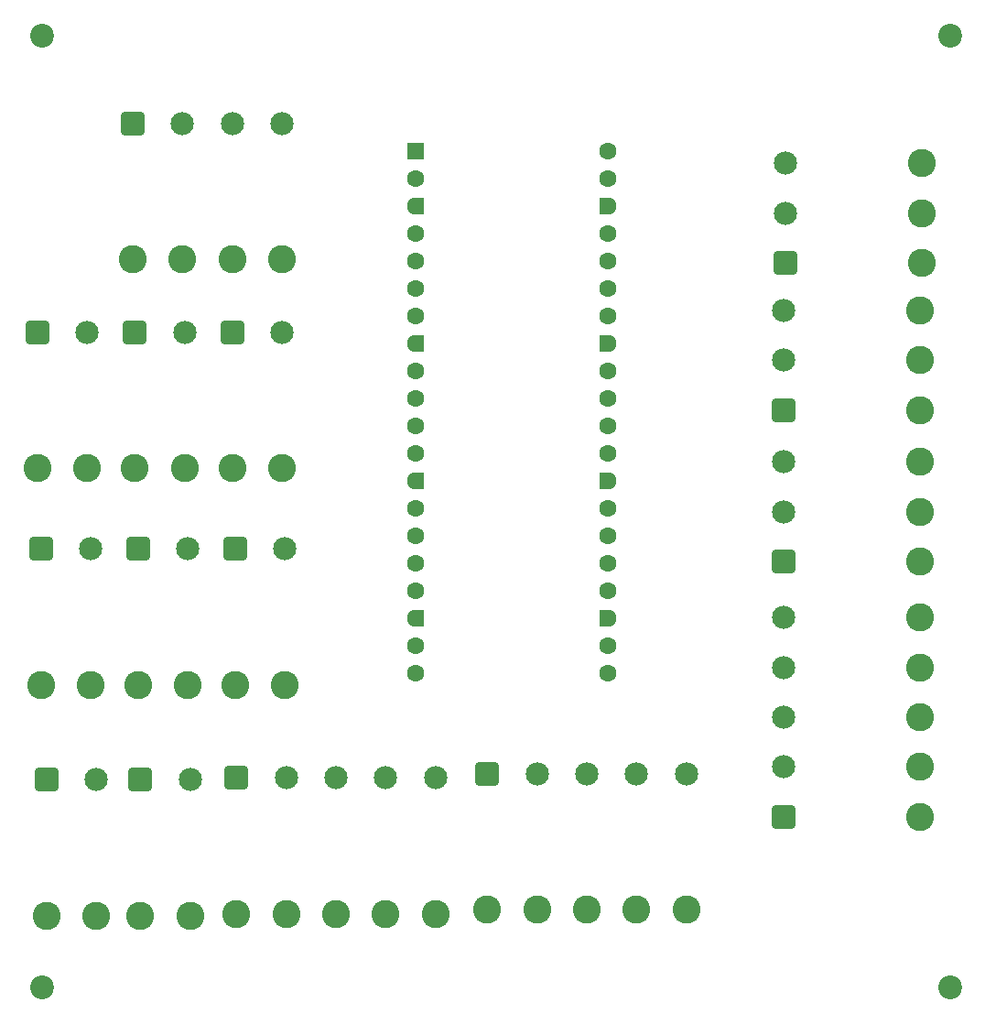
<source format=gbr>
%TF.GenerationSoftware,KiCad,Pcbnew,9.0.2*%
%TF.CreationDate,2025-07-17T15:39:28+07:00*%
%TF.ProjectId,KiCAD,4b694341-442e-46b6-9963-61645f706362,rev?*%
%TF.SameCoordinates,Original*%
%TF.FileFunction,Soldermask,Top*%
%TF.FilePolarity,Negative*%
%FSLAX46Y46*%
G04 Gerber Fmt 4.6, Leading zero omitted, Abs format (unit mm)*
G04 Created by KiCad (PCBNEW 9.0.2) date 2025-07-17 15:39:28*
%MOMM*%
%LPD*%
G01*
G04 APERTURE LIST*
G04 Aperture macros list*
%AMRoundRect*
0 Rectangle with rounded corners*
0 $1 Rounding radius*
0 $2 $3 $4 $5 $6 $7 $8 $9 X,Y pos of 4 corners*
0 Add a 4 corners polygon primitive as box body*
4,1,4,$2,$3,$4,$5,$6,$7,$8,$9,$2,$3,0*
0 Add four circle primitives for the rounded corners*
1,1,$1+$1,$2,$3*
1,1,$1+$1,$4,$5*
1,1,$1+$1,$6,$7*
1,1,$1+$1,$8,$9*
0 Add four rect primitives between the rounded corners*
20,1,$1+$1,$2,$3,$4,$5,0*
20,1,$1+$1,$4,$5,$6,$7,0*
20,1,$1+$1,$6,$7,$8,$9,0*
20,1,$1+$1,$8,$9,$2,$3,0*%
%AMFreePoly0*
4,1,37,0.603843,0.796157,0.639018,0.796157,0.711114,0.766294,0.766294,0.711114,0.796157,0.639018,0.796157,0.603843,0.800000,0.600000,0.800000,-0.600000,0.796157,-0.603843,0.796157,-0.639018,0.766294,-0.711114,0.711114,-0.766294,0.639018,-0.796157,0.603843,-0.796157,0.600000,-0.800000,0.000000,-0.800000,0.000000,-0.796148,-0.078414,-0.796148,-0.232228,-0.765552,-0.377117,-0.705537,
-0.507515,-0.618408,-0.618408,-0.507515,-0.705537,-0.377117,-0.765552,-0.232228,-0.796148,-0.078414,-0.796148,0.078414,-0.765552,0.232228,-0.705537,0.377117,-0.618408,0.507515,-0.507515,0.618408,-0.377117,0.705537,-0.232228,0.765552,-0.078414,0.796148,0.000000,0.796148,0.000000,0.800000,0.600000,0.800000,0.603843,0.796157,0.603843,0.796157,$1*%
%AMFreePoly1*
4,1,37,0.000000,0.796148,0.078414,0.796148,0.232228,0.765552,0.377117,0.705537,0.507515,0.618408,0.618408,0.507515,0.705537,0.377117,0.765552,0.232228,0.796148,0.078414,0.796148,-0.078414,0.765552,-0.232228,0.705537,-0.377117,0.618408,-0.507515,0.507515,-0.618408,0.377117,-0.705537,0.232228,-0.765552,0.078414,-0.796148,0.000000,-0.796148,0.000000,-0.800000,-0.600000,-0.800000,
-0.603843,-0.796157,-0.639018,-0.796157,-0.711114,-0.766294,-0.766294,-0.711114,-0.796157,-0.639018,-0.796157,-0.603843,-0.800000,-0.600000,-0.800000,0.600000,-0.796157,0.603843,-0.796157,0.639018,-0.766294,0.711114,-0.711114,0.766294,-0.639018,0.796157,-0.603843,0.796157,-0.600000,0.800000,0.000000,0.800000,0.000000,0.796148,0.000000,0.796148,$1*%
G04 Aperture macros list end*
%ADD10C,2.200000*%
%ADD11RoundRect,0.200000X-0.600000X-0.600000X0.600000X-0.600000X0.600000X0.600000X-0.600000X0.600000X0*%
%ADD12C,1.600000*%
%ADD13FreePoly0,0.000000*%
%ADD14FreePoly1,0.000000*%
%ADD15C,2.600000*%
%ADD16RoundRect,0.250000X-0.825000X-0.825000X0.825000X-0.825000X0.825000X0.825000X-0.825000X0.825000X0*%
%ADD17C,2.150000*%
%ADD18RoundRect,0.250000X0.825000X-0.825000X0.825000X0.825000X-0.825000X0.825000X-0.825000X-0.825000X0*%
G04 APERTURE END LIST*
D10*
%TO.C,M2_1*%
X147000000Y-53000000D03*
%TD*%
D11*
%TO.C,A1*%
X181520000Y-63660000D03*
D12*
X181520000Y-66200000D03*
D13*
X181520000Y-68740000D03*
D12*
X181520000Y-71280000D03*
X181520000Y-73820000D03*
X181520000Y-76360000D03*
X181520000Y-78900000D03*
D13*
X181520000Y-81440000D03*
D12*
X181520000Y-83980000D03*
X181520000Y-86520000D03*
X181520000Y-89060000D03*
X181520000Y-91600000D03*
D13*
X181520000Y-94140000D03*
D12*
X181520000Y-96680000D03*
X181520000Y-99220000D03*
X181520000Y-101760000D03*
X181520000Y-104300000D03*
D13*
X181520000Y-106840000D03*
D12*
X181520000Y-109380000D03*
X181520000Y-111920000D03*
X199300000Y-111920000D03*
X199300000Y-109380000D03*
D14*
X199300000Y-106840000D03*
D12*
X199300000Y-104300000D03*
X199300000Y-101760000D03*
X199300000Y-99220000D03*
X199300000Y-96680000D03*
D14*
X199300000Y-94140000D03*
D12*
X199300000Y-91600000D03*
X199300000Y-89060000D03*
X199300000Y-86520000D03*
X199300000Y-83980000D03*
D14*
X199300000Y-81440000D03*
D12*
X199300000Y-78900000D03*
X199300000Y-76360000D03*
X199300000Y-73820000D03*
X199300000Y-71280000D03*
D14*
X199300000Y-68740000D03*
D12*
X199300000Y-66200000D03*
X199300000Y-63660000D03*
%TD*%
D10*
%TO.C,M2_4*%
X147000000Y-141000000D03*
%TD*%
D15*
%TO.C,SW8*%
X156100000Y-134390000D03*
X160700000Y-134390000D03*
D16*
X156100000Y-121790000D03*
D17*
X160700000Y-121790000D03*
%TD*%
D10*
%TO.C,M2_3*%
X231000000Y-141000000D03*
%TD*%
D15*
%TO.C,SW4*%
X164890000Y-112990000D03*
X169490000Y-112990000D03*
D16*
X164890000Y-100390000D03*
D17*
X169490000Y-100390000D03*
%TD*%
D15*
%TO.C,ME2*%
X228380000Y-74000000D03*
X228380000Y-69400000D03*
X228380000Y-64800000D03*
D18*
X215780000Y-74000000D03*
D17*
X215780000Y-69400000D03*
X215780000Y-64800000D03*
%TD*%
D15*
%TO.C,SW10*%
X188190000Y-133800000D03*
X192790000Y-133800000D03*
X197390000Y-133800000D03*
X201990000Y-133800000D03*
X206590000Y-133800000D03*
D16*
X188190000Y-121200000D03*
D17*
X192790000Y-121200000D03*
X197390000Y-121200000D03*
X201990000Y-121200000D03*
X206590000Y-121200000D03*
%TD*%
D15*
%TO.C,DG1*%
X155400000Y-73700000D03*
X160000000Y-73700000D03*
X164600000Y-73700000D03*
X169200000Y-73700000D03*
D16*
X155400000Y-61100000D03*
D17*
X160000000Y-61100000D03*
X164600000Y-61100000D03*
X169200000Y-61100000D03*
%TD*%
D15*
%TO.C,ME1*%
X228190000Y-101600000D03*
X228190000Y-97000000D03*
X228190000Y-92400000D03*
D18*
X215590000Y-101600000D03*
D17*
X215590000Y-97000000D03*
X215590000Y-92400000D03*
%TD*%
D15*
%TO.C,SW2*%
X155590000Y-92990000D03*
X160190000Y-92990000D03*
D16*
X155590000Y-80390000D03*
D17*
X160190000Y-80390000D03*
%TD*%
D10*
%TO.C,M2_2*%
X231000000Y-53000000D03*
%TD*%
D15*
%TO.C,SW1*%
X164590000Y-92990000D03*
X169190000Y-92990000D03*
D16*
X164590000Y-80390000D03*
D17*
X169190000Y-80390000D03*
%TD*%
D15*
%TO.C,SW11*%
X228200000Y-125200000D03*
X228200000Y-120600000D03*
X228200000Y-116000000D03*
X228200000Y-111400000D03*
X228200000Y-106800000D03*
D18*
X215600000Y-125200000D03*
D17*
X215600000Y-120600000D03*
X215600000Y-116000000D03*
X215600000Y-111400000D03*
X215600000Y-106800000D03*
%TD*%
D15*
%TO.C,SW7*%
X147400000Y-134390000D03*
X152000000Y-134390000D03*
D16*
X147400000Y-121790000D03*
D17*
X152000000Y-121790000D03*
%TD*%
D15*
%TO.C,SW6*%
X146890000Y-112990000D03*
X151490000Y-112990000D03*
D16*
X146890000Y-100390000D03*
D17*
X151490000Y-100390000D03*
%TD*%
D15*
%TO.C,RV1*%
X228190000Y-87600000D03*
X228190000Y-83000000D03*
X228190000Y-78400000D03*
D18*
X215590000Y-87600000D03*
D17*
X215590000Y-83000000D03*
X215590000Y-78400000D03*
%TD*%
D15*
%TO.C,SW3*%
X146590000Y-92990000D03*
X151190000Y-92990000D03*
D16*
X146590000Y-80390000D03*
D17*
X151190000Y-80390000D03*
%TD*%
D15*
%TO.C,SW5*%
X155890000Y-112990000D03*
X160490000Y-112990000D03*
D16*
X155890000Y-100390000D03*
D17*
X160490000Y-100390000D03*
%TD*%
D15*
%TO.C,SW9*%
X164990000Y-134200000D03*
X169590000Y-134200000D03*
X174190000Y-134200000D03*
X178790000Y-134200000D03*
X183390000Y-134200000D03*
D16*
X164990000Y-121600000D03*
D17*
X169590000Y-121600000D03*
X174190000Y-121600000D03*
X178790000Y-121600000D03*
X183390000Y-121600000D03*
%TD*%
M02*

</source>
